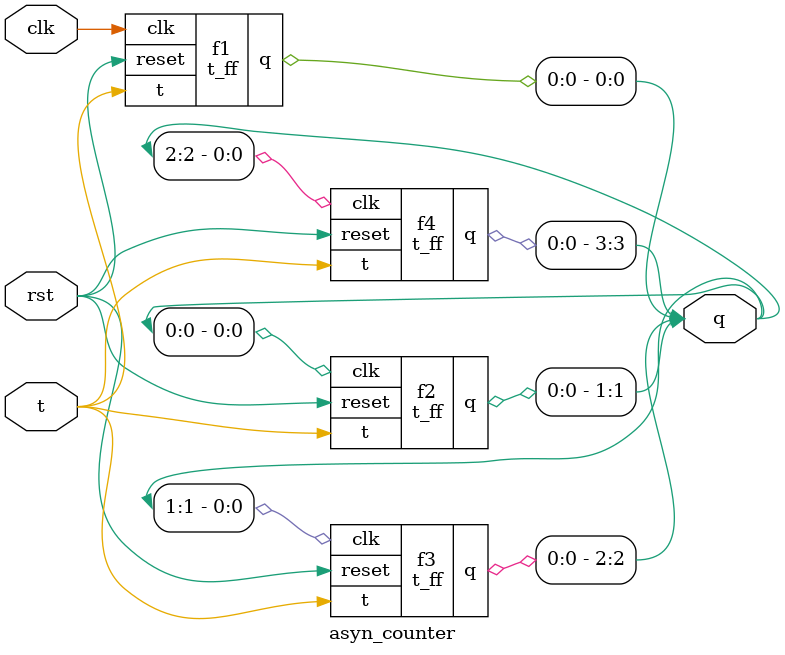
<source format=v>
module t_ff(input clk, reset, t,
           output reg q);
  
  always @(negedge clk) 
    if(reset)
      q<=1'b0;
   else 
     q<=~q;
endmodule

module asyn_counter(input clk, rst, t,
                    output reg [3:0]q);
  
  t_ff f1( clk, rst, t, q[0]);
  t_ff f2( q[0], rst, t, q[1]);
  t_ff f3( q[1], rst, t, q[2]);
  t_ff f4( q[2], rst, t, q[3]);
endmodule

</source>
